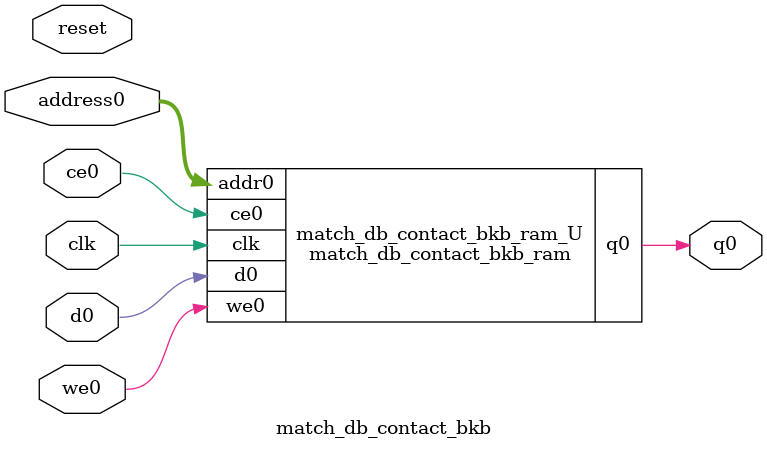
<source format=v>

`timescale 1 ns / 1 ps
module match_db_contact_bkb_ram (addr0, ce0, d0, we0, q0,  clk);

parameter DWIDTH = 1;
parameter AWIDTH = 6;
parameter MEM_SIZE = 64;

input[AWIDTH-1:0] addr0;
input ce0;
input[DWIDTH-1:0] d0;
input we0;
output reg[DWIDTH-1:0] q0;
input clk;

(* ram_style = "distributed" *)reg [DWIDTH-1:0] ram[0:MEM_SIZE-1];




always @(posedge clk)  
begin 
    if (ce0) 
    begin
        if (we0) 
        begin 
            ram[addr0] <= d0; 
            q0 <= d0;
        end 
        else 
            q0 <= ram[addr0];
    end
end


endmodule


`timescale 1 ns / 1 ps
module match_db_contact_bkb(
    reset,
    clk,
    address0,
    ce0,
    we0,
    d0,
    q0);

parameter DataWidth = 32'd1;
parameter AddressRange = 32'd64;
parameter AddressWidth = 32'd6;
input reset;
input clk;
input[AddressWidth - 1:0] address0;
input ce0;
input we0;
input[DataWidth - 1:0] d0;
output[DataWidth - 1:0] q0;



match_db_contact_bkb_ram match_db_contact_bkb_ram_U(
    .clk( clk ),
    .addr0( address0 ),
    .ce0( ce0 ),
    .d0( d0 ),
    .we0( we0 ),
    .q0( q0 ));

endmodule


</source>
